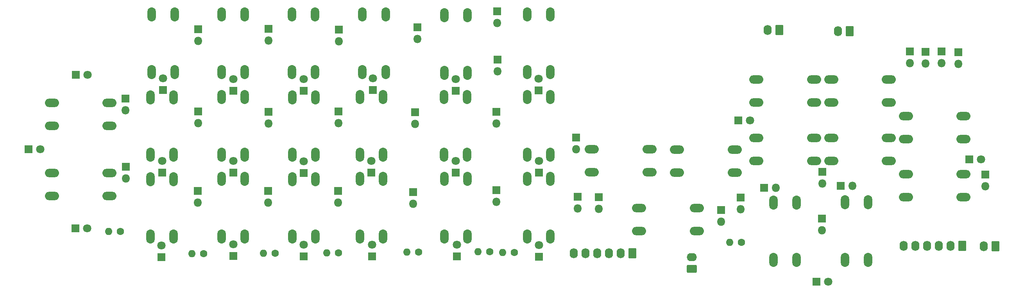
<source format=gbr>
%TF.GenerationSoftware,KiCad,Pcbnew,7.0.9*%
%TF.CreationDate,2023-12-04T13:57:31+10:00*%
%TF.ProjectId,UFC,5546432e-6b69-4636-9164-5f7063625858,rev?*%
%TF.SameCoordinates,Original*%
%TF.FileFunction,Soldermask,Top*%
%TF.FilePolarity,Negative*%
%FSLAX46Y46*%
G04 Gerber Fmt 4.6, Leading zero omitted, Abs format (unit mm)*
G04 Created by KiCad (PCBNEW 7.0.9) date 2023-12-04 13:57:31*
%MOMM*%
%LPD*%
G01*
G04 APERTURE LIST*
G04 Aperture macros list*
%AMRoundRect*
0 Rectangle with rounded corners*
0 $1 Rounding radius*
0 $2 $3 $4 $5 $6 $7 $8 $9 X,Y pos of 4 corners*
0 Add a 4 corners polygon primitive as box body*
4,1,4,$2,$3,$4,$5,$6,$7,$8,$9,$2,$3,0*
0 Add four circle primitives for the rounded corners*
1,1,$1+$1,$2,$3*
1,1,$1+$1,$4,$5*
1,1,$1+$1,$6,$7*
1,1,$1+$1,$8,$9*
0 Add four rect primitives between the rounded corners*
20,1,$1+$1,$2,$3,$4,$5,0*
20,1,$1+$1,$4,$5,$6,$7,0*
20,1,$1+$1,$6,$7,$8,$9,0*
20,1,$1+$1,$8,$9,$2,$3,0*%
G04 Aperture macros list end*
%ADD10RoundRect,0.250000X0.620000X0.845000X-0.620000X0.845000X-0.620000X-0.845000X0.620000X-0.845000X0*%
%ADD11O,1.740000X2.190000*%
%ADD12O,1.850000X3.048000*%
%ADD13R,1.800000X1.800000*%
%ADD14C,1.800000*%
%ADD15O,3.048000X1.850000*%
%ADD16RoundRect,0.250000X0.845000X-0.620000X0.845000X0.620000X-0.845000X0.620000X-0.845000X-0.620000X0*%
%ADD17O,2.190000X1.740000*%
%ADD18O,1.800000X1.800000*%
%ADD19C,1.600000*%
%ADD20O,1.600000X1.600000*%
G04 APERTURE END LIST*
D10*
%TO.C,LA1*%
X214630000Y-44470000D03*
D11*
X212090000Y-44470000D03*
%TD*%
D12*
%TO.C,SW10*%
X78640000Y-71300000D03*
X78640000Y-58800000D03*
X83640000Y-71300000D03*
X83640000Y-58800000D03*
%TD*%
D13*
%TO.C,D41*%
X96400000Y-75250000D03*
D14*
X96400000Y-72710000D03*
%TD*%
D12*
%TO.C,SW8*%
X126870000Y-89060000D03*
X126870000Y-76560000D03*
X131870000Y-89060000D03*
X131870000Y-76560000D03*
%TD*%
D15*
%TO.C,SW32*%
X169040000Y-82850000D03*
X181540000Y-82850000D03*
X169040000Y-87850000D03*
X181540000Y-87850000D03*
%TD*%
D13*
%TO.C,D37*%
X129580000Y-93375000D03*
D14*
X129580000Y-90835000D03*
%TD*%
D13*
%TO.C,D39*%
X65720000Y-75225000D03*
D14*
X65720000Y-72685000D03*
%TD*%
D12*
%TO.C,SW19*%
X198180000Y-94190000D03*
X198180000Y-81690000D03*
X203180000Y-94190000D03*
X203180000Y-81690000D03*
%TD*%
D15*
%TO.C,SW30*%
X239330000Y-67920000D03*
X226830000Y-67920000D03*
X239330000Y-62920000D03*
X226830000Y-62920000D03*
%TD*%
D12*
%TO.C,SW11*%
X78640000Y-89080000D03*
X78640000Y-76580000D03*
X83640000Y-89080000D03*
X83640000Y-76580000D03*
%TD*%
D13*
%TO.C,D48*%
X111390000Y-57245000D03*
D14*
X111390000Y-54705000D03*
%TD*%
D13*
%TO.C,D56*%
X36785000Y-70070000D03*
D14*
X39325000Y-70070000D03*
%TD*%
D15*
%TO.C,SW26*%
X206940000Y-72640000D03*
X194440000Y-72640000D03*
X206940000Y-67640000D03*
X194440000Y-67640000D03*
%TD*%
%TO.C,SW24*%
X177280000Y-70160000D03*
X189780000Y-70160000D03*
X177280000Y-75160000D03*
X189780000Y-75160000D03*
%TD*%
D12*
%TO.C,SW21*%
X93920000Y-71310000D03*
X93920000Y-58810000D03*
X98920000Y-71310000D03*
X98920000Y-58810000D03*
%TD*%
%TO.C,SW13*%
X144850000Y-71300000D03*
X144850000Y-58800000D03*
X149850000Y-71300000D03*
X149850000Y-58800000D03*
%TD*%
%TO.C,SW22*%
X108560000Y-89060000D03*
X108560000Y-76560000D03*
X113560000Y-89060000D03*
X113560000Y-76560000D03*
%TD*%
D13*
%TO.C,D42*%
X111050000Y-75210000D03*
D14*
X111050000Y-72670000D03*
%TD*%
D13*
%TO.C,D45*%
X65910000Y-57235000D03*
D14*
X65910000Y-54695000D03*
%TD*%
D12*
%TO.C,SW16*%
X93900000Y-89090000D03*
X93900000Y-76590000D03*
X98900000Y-89090000D03*
X98900000Y-76590000D03*
%TD*%
%TO.C,SW23*%
X144840000Y-89060000D03*
X144840000Y-76560000D03*
X149840000Y-89060000D03*
X149840000Y-76560000D03*
%TD*%
D15*
%TO.C,SW31*%
X239330000Y-80560000D03*
X226830000Y-80560000D03*
X239330000Y-75560000D03*
X226830000Y-75560000D03*
%TD*%
D13*
%TO.C,D47*%
X96430000Y-57430000D03*
D14*
X96430000Y-54890000D03*
%TD*%
D12*
%TO.C,SW4*%
X63210000Y-71320000D03*
X63210000Y-58820000D03*
X68210000Y-71320000D03*
X68210000Y-58820000D03*
%TD*%
%TO.C,SW6*%
X126880000Y-53490000D03*
X126880000Y-40990000D03*
X131880000Y-53490000D03*
X131880000Y-40990000D03*
%TD*%
D15*
%TO.C,SW1*%
X41840000Y-59990000D03*
X54340000Y-59990000D03*
X41840000Y-64990000D03*
X54340000Y-64990000D03*
%TD*%
D12*
%TO.C,SW27*%
X213640000Y-94150000D03*
X213640000Y-81650000D03*
X218640000Y-94150000D03*
X218640000Y-81650000D03*
%TD*%
%TO.C,SW15*%
X108540000Y-71300000D03*
X108540000Y-58800000D03*
X113540000Y-71300000D03*
X113540000Y-58800000D03*
%TD*%
D13*
%TO.C,D38*%
X147390000Y-93445000D03*
D14*
X147390000Y-90905000D03*
%TD*%
D12*
%TO.C,SW20*%
X109130000Y-53310000D03*
X109130000Y-40810000D03*
X114130000Y-53310000D03*
X114130000Y-40810000D03*
%TD*%
D13*
%TO.C,D33*%
X65610000Y-93540000D03*
D14*
X65610000Y-91000000D03*
%TD*%
D12*
%TO.C,SW5*%
X63220000Y-89090000D03*
X63220000Y-76590000D03*
X68220000Y-89090000D03*
X68220000Y-76590000D03*
%TD*%
D15*
%TO.C,SW25*%
X194440000Y-54910000D03*
X206940000Y-54910000D03*
X194440000Y-59910000D03*
X206940000Y-59910000D03*
%TD*%
D13*
%TO.C,D44*%
X147350000Y-75225000D03*
D14*
X147350000Y-72685000D03*
%TD*%
D13*
%TO.C,D53*%
X207500000Y-98930000D03*
D14*
X210040000Y-98930000D03*
%TD*%
D13*
%TO.C,D50*%
X147310000Y-57305000D03*
D14*
X147310000Y-54765000D03*
%TD*%
D13*
%TO.C,D55*%
X47045000Y-53950000D03*
D14*
X49585000Y-53950000D03*
%TD*%
D12*
%TO.C,SW14*%
X93880000Y-53320000D03*
X93880000Y-40820000D03*
X98880000Y-53320000D03*
X98880000Y-40820000D03*
%TD*%
D13*
%TO.C,D52*%
X190520000Y-63880000D03*
D14*
X193060000Y-63880000D03*
%TD*%
D15*
%TO.C,SW17*%
X171310000Y-75140000D03*
X158810000Y-75140000D03*
X171310000Y-70140000D03*
X158810000Y-70140000D03*
%TD*%
D13*
%TO.C,D40*%
X81140000Y-75185000D03*
D14*
X81140000Y-72645000D03*
%TD*%
D13*
%TO.C,D54*%
X240535000Y-72300000D03*
D14*
X243075000Y-72300000D03*
%TD*%
D12*
%TO.C,SW9*%
X78630000Y-53330000D03*
X78630000Y-40830000D03*
X83630000Y-53330000D03*
X83630000Y-40830000D03*
%TD*%
D13*
%TO.C,D49*%
X129360000Y-57400000D03*
D14*
X129360000Y-54860000D03*
%TD*%
D15*
%TO.C,SW2*%
X41830000Y-75260000D03*
X54330000Y-75260000D03*
X41830000Y-80260000D03*
X54330000Y-80260000D03*
%TD*%
D13*
%TO.C,D34*%
X81120000Y-93345000D03*
D14*
X81120000Y-90805000D03*
%TD*%
D15*
%TO.C,SW28*%
X223150000Y-59930000D03*
X210650000Y-59930000D03*
X223150000Y-54930000D03*
X210650000Y-54930000D03*
%TD*%
D12*
%TO.C,SW7*%
X126790000Y-71260000D03*
X126790000Y-58760000D03*
X131790000Y-71260000D03*
X131790000Y-58760000D03*
%TD*%
D13*
%TO.C,D35*%
X96370000Y-93380000D03*
D14*
X96370000Y-90840000D03*
%TD*%
D13*
%TO.C,D46*%
X81140000Y-57375000D03*
D14*
X81140000Y-54835000D03*
%TD*%
D13*
%TO.C,D57*%
X46925000Y-87260000D03*
D14*
X49465000Y-87260000D03*
%TD*%
D13*
%TO.C,D36*%
X111180000Y-93360000D03*
D14*
X111180000Y-90820000D03*
%TD*%
D12*
%TO.C,SW12*%
X144820000Y-53330000D03*
X144820000Y-40830000D03*
X149820000Y-53330000D03*
X149820000Y-40830000D03*
%TD*%
D15*
%TO.C,SW29*%
X210670000Y-67660000D03*
X223170000Y-67660000D03*
X210670000Y-72660000D03*
X223170000Y-72660000D03*
%TD*%
D12*
%TO.C,SW3*%
X63480000Y-53330000D03*
X63480000Y-40830000D03*
X68480000Y-53330000D03*
X68480000Y-40830000D03*
%TD*%
D13*
%TO.C,D43*%
X129320000Y-75185000D03*
D14*
X129320000Y-72645000D03*
%TD*%
D16*
%TO.C,J5*%
X180430000Y-96080000D03*
D17*
X180430000Y-93540000D03*
%TD*%
D13*
%TO.C,D30*%
X212700000Y-78050000D03*
D18*
X215240000Y-78050000D03*
%TD*%
D13*
%TO.C,D10*%
X88780000Y-61940000D03*
D18*
X88780000Y-64480000D03*
%TD*%
D13*
%TO.C,D2*%
X57840000Y-73910000D03*
D18*
X57840000Y-76450000D03*
%TD*%
D13*
%TO.C,D29*%
X227670000Y-48880000D03*
D18*
X227670000Y-51420000D03*
%TD*%
D13*
%TO.C,D19*%
X208630000Y-85200000D03*
D18*
X208630000Y-87740000D03*
%TD*%
D10*
%TO.C,SW18*%
X199460000Y-44220000D03*
D11*
X196920000Y-44220000D03*
%TD*%
D13*
%TO.C,D26*%
X231130000Y-48950000D03*
D18*
X231130000Y-51490000D03*
%TD*%
D13*
%TO.C,D6*%
X138400000Y-50630000D03*
D18*
X138400000Y-53170000D03*
%TD*%
D13*
%TO.C,D22*%
X103890000Y-61920000D03*
D18*
X103890000Y-64460000D03*
%TD*%
D13*
%TO.C,D7*%
X138150000Y-61960000D03*
D18*
X138150000Y-64500000D03*
%TD*%
D13*
%TO.C,D21*%
X121020000Y-43640000D03*
D18*
X121020000Y-46180000D03*
%TD*%
D13*
%TO.C,D27*%
X196110000Y-78460000D03*
D18*
X198650000Y-78460000D03*
%TD*%
D13*
%TO.C,D5*%
X73430000Y-79170000D03*
D18*
X73430000Y-81710000D03*
%TD*%
D19*
%TO.C,R8*%
X56700000Y-88010000D03*
D20*
X54160000Y-88010000D03*
%TD*%
D19*
%TO.C,R5*%
X136730000Y-92400000D03*
D20*
X134190000Y-92400000D03*
%TD*%
D19*
%TO.C,R3*%
X103950000Y-92590000D03*
D20*
X101410000Y-92590000D03*
%TD*%
D13*
%TO.C,D1*%
X57790000Y-59110000D03*
D18*
X57790000Y-61650000D03*
%TD*%
D13*
%TO.C,D3*%
X73530000Y-44030000D03*
D18*
X73530000Y-46570000D03*
%TD*%
D13*
%TO.C,D9*%
X88760000Y-43970000D03*
D18*
X88760000Y-46510000D03*
%TD*%
D13*
%TO.C,D11*%
X88650000Y-79150000D03*
D18*
X88650000Y-81690000D03*
%TD*%
D10*
%TO.C,J1*%
X246280000Y-91160000D03*
D11*
X243740000Y-91160000D03*
%TD*%
D13*
%TO.C,D23*%
X120130000Y-79450000D03*
D18*
X120130000Y-81990000D03*
%TD*%
D19*
%TO.C,R1*%
X74755000Y-92800000D03*
D20*
X72215000Y-92800000D03*
%TD*%
D19*
%TO.C,R7*%
X191190000Y-90360000D03*
D20*
X188650000Y-90360000D03*
%TD*%
D13*
%TO.C,D28*%
X208760000Y-75020000D03*
D18*
X208760000Y-77560000D03*
%TD*%
D13*
%TO.C,D24*%
X155770000Y-80420000D03*
D18*
X155770000Y-82960000D03*
%TD*%
D13*
%TO.C,D16*%
X103830000Y-79170000D03*
D18*
X103830000Y-81710000D03*
%TD*%
D13*
%TO.C,D13*%
X155370000Y-67530000D03*
D18*
X155370000Y-70070000D03*
%TD*%
D19*
%TO.C,R2*%
X90240000Y-92740000D03*
D20*
X87700000Y-92740000D03*
%TD*%
D13*
%TO.C,D31*%
X238200000Y-48980000D03*
D18*
X238200000Y-51520000D03*
%TD*%
D13*
%TO.C,D18*%
X234590000Y-48880000D03*
D18*
X234590000Y-51420000D03*
%TD*%
D13*
%TO.C,D15*%
X120540000Y-62050000D03*
D18*
X120540000Y-64590000D03*
%TD*%
D13*
%TO.C,D51*%
X186800000Y-83280000D03*
D18*
X186800000Y-85820000D03*
%TD*%
D13*
%TO.C,D32*%
X244010000Y-75600000D03*
D18*
X244010000Y-78140000D03*
%TD*%
D13*
%TO.C,D17*%
X160280000Y-80480000D03*
D18*
X160280000Y-83020000D03*
%TD*%
D13*
%TO.C,D8*%
X138140000Y-78960000D03*
D18*
X138140000Y-81500000D03*
%TD*%
D13*
%TO.C,D14*%
X104020000Y-44100000D03*
D18*
X104020000Y-46640000D03*
%TD*%
D13*
%TO.C,D4*%
X73530000Y-61880000D03*
D18*
X73530000Y-64420000D03*
%TD*%
D13*
%TO.C,D25*%
X191020000Y-80640000D03*
D18*
X191020000Y-83180000D03*
%TD*%
D19*
%TO.C,R6*%
X142015000Y-92500000D03*
D20*
X139475000Y-92500000D03*
%TD*%
D10*
%TO.C,J3*%
X167610000Y-92720000D03*
D11*
X165070000Y-92720000D03*
X162530000Y-92720000D03*
X159990000Y-92720000D03*
X157450000Y-92720000D03*
X154910000Y-92720000D03*
%TD*%
D19*
%TO.C,R4*%
X121240000Y-92460000D03*
D20*
X118700000Y-92460000D03*
%TD*%
D13*
%TO.C,D12*%
X138330000Y-40110000D03*
D18*
X138330000Y-42650000D03*
%TD*%
D10*
%TO.C,J2*%
X239070000Y-91140000D03*
D11*
X236530000Y-91140000D03*
X233990000Y-91140000D03*
X231450000Y-91140000D03*
X228910000Y-91140000D03*
X226370000Y-91140000D03*
%TD*%
M02*

</source>
